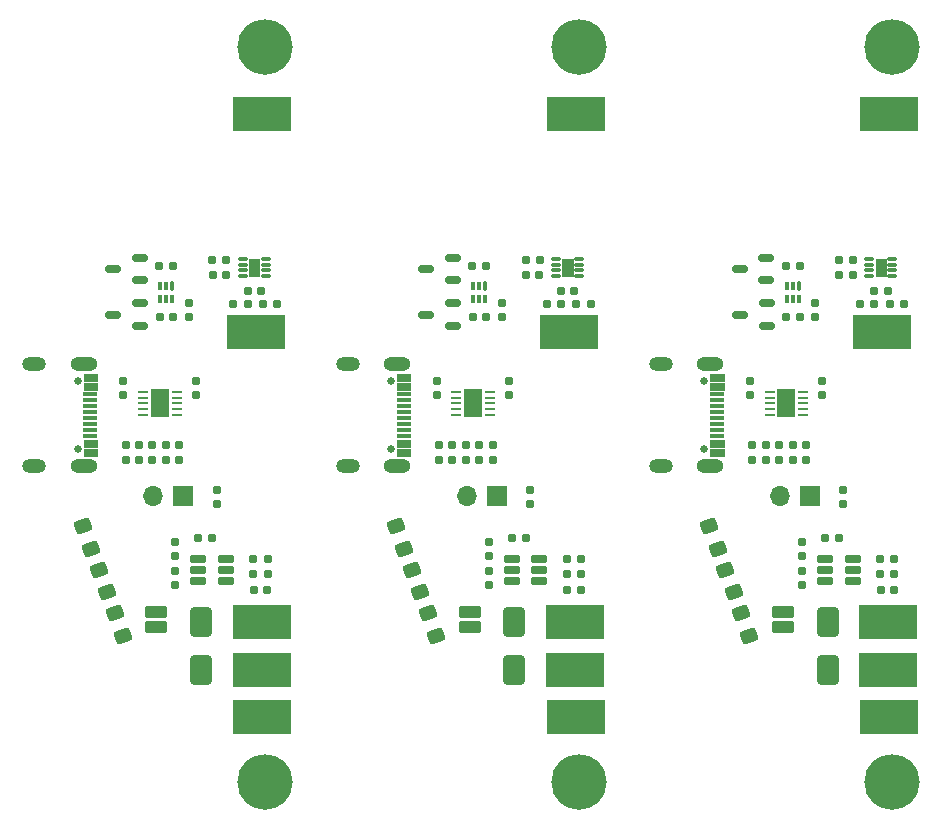
<source format=gbr>
%TF.GenerationSoftware,KiCad,Pcbnew,8.0.5*%
%TF.CreationDate,2025-01-30T01:50:55+01:00*%
%TF.ProjectId,LAMP_OUTDOOR_BATTERY_PANEL,4c414d50-5f4f-4555-9444-4f4f525f4241,rev?*%
%TF.SameCoordinates,Original*%
%TF.FileFunction,Soldermask,Top*%
%TF.FilePolarity,Negative*%
%FSLAX46Y46*%
G04 Gerber Fmt 4.6, Leading zero omitted, Abs format (unit mm)*
G04 Created by KiCad (PCBNEW 8.0.5) date 2025-01-30 01:50:55*
%MOMM*%
%LPD*%
G01*
G04 APERTURE LIST*
G04 Aperture macros list*
%AMRoundRect*
0 Rectangle with rounded corners*
0 $1 Rounding radius*
0 $2 $3 $4 $5 $6 $7 $8 $9 X,Y pos of 4 corners*
0 Add a 4 corners polygon primitive as box body*
4,1,4,$2,$3,$4,$5,$6,$7,$8,$9,$2,$3,0*
0 Add four circle primitives for the rounded corners*
1,1,$1+$1,$2,$3*
1,1,$1+$1,$4,$5*
1,1,$1+$1,$6,$7*
1,1,$1+$1,$8,$9*
0 Add four rect primitives between the rounded corners*
20,1,$1+$1,$2,$3,$4,$5,0*
20,1,$1+$1,$4,$5,$6,$7,0*
20,1,$1+$1,$6,$7,$8,$9,0*
20,1,$1+$1,$8,$9,$2,$3,0*%
G04 Aperture macros list end*
%ADD10C,0.010000*%
%ADD11RoundRect,0.155000X-0.212500X-0.155000X0.212500X-0.155000X0.212500X0.155000X-0.212500X0.155000X0*%
%ADD12RoundRect,0.150000X0.512500X0.150000X-0.512500X0.150000X-0.512500X-0.150000X0.512500X-0.150000X0*%
%ADD13O,2.004000X1.204000*%
%ADD14O,2.304000X1.204000*%
%ADD15R,1.150000X0.300000*%
%ADD16C,0.650000*%
%ADD17R,1.575000X2.450000*%
%ADD18R,0.860000X0.260000*%
%ADD19R,5.000000X3.000000*%
%ADD20RoundRect,0.160000X0.160000X-0.197500X0.160000X0.197500X-0.160000X0.197500X-0.160000X-0.197500X0*%
%ADD21C,4.700000*%
%ADD22C,3.100000*%
%ADD23RoundRect,0.250000X0.534018X-0.151491X0.311705X0.459309X-0.534018X0.151491X-0.311705X-0.459309X0*%
%ADD24RoundRect,0.155000X-0.155000X0.212500X-0.155000X-0.212500X0.155000X-0.212500X0.155000X0.212500X0*%
%ADD25RoundRect,0.155000X0.155000X-0.212500X0.155000X0.212500X-0.155000X0.212500X-0.155000X-0.212500X0*%
%ADD26RoundRect,0.160000X-0.197500X-0.160000X0.197500X-0.160000X0.197500X0.160000X-0.197500X0.160000X0*%
%ADD27RoundRect,0.160000X-0.160000X0.197500X-0.160000X-0.197500X0.160000X-0.197500X0.160000X0.197500X0*%
%ADD28RoundRect,0.160000X0.197500X0.160000X-0.197500X0.160000X-0.197500X-0.160000X0.197500X-0.160000X0*%
%ADD29RoundRect,0.102000X0.850000X-0.400000X0.850000X0.400000X-0.850000X0.400000X-0.850000X-0.400000X0*%
%ADD30RoundRect,0.038750X0.351250X0.116250X-0.351250X0.116250X-0.351250X-0.116250X0.351250X-0.116250X0*%
%ADD31RoundRect,0.157500X0.547500X0.157500X-0.547500X0.157500X-0.547500X-0.157500X0.547500X-0.157500X0*%
%ADD32RoundRect,0.070000X0.070000X0.305000X-0.070000X0.305000X-0.070000X-0.305000X0.070000X-0.305000X0*%
%ADD33RoundRect,0.070000X0.070000X0.355000X-0.070000X0.355000X-0.070000X-0.355000X0.070000X-0.355000X0*%
%ADD34O,1.700000X1.700000*%
%ADD35R,1.700000X1.700000*%
%ADD36RoundRect,0.250000X-0.650000X1.000000X-0.650000X-1.000000X0.650000X-1.000000X0.650000X1.000000X0*%
G04 APERTURE END LIST*
D10*
%TO.C,J1*%
X143525000Y-95430000D02*
X142375000Y-95430000D01*
X142375000Y-94830000D01*
X143525000Y-94830000D01*
X143525000Y-95430000D01*
G36*
X143525000Y-95430000D02*
G01*
X142375000Y-95430000D01*
X142375000Y-94830000D01*
X143525000Y-94830000D01*
X143525000Y-95430000D01*
G37*
X143525000Y-94630000D02*
X142375000Y-94630000D01*
X142375000Y-94030000D01*
X143525000Y-94030000D01*
X143525000Y-94630000D01*
G36*
X143525000Y-94630000D02*
G01*
X142375000Y-94630000D01*
X142375000Y-94030000D01*
X143525000Y-94030000D01*
X143525000Y-94630000D01*
G37*
X143525000Y-89830000D02*
X142375000Y-89830000D01*
X142375000Y-89230000D01*
X143525000Y-89230000D01*
X143525000Y-89830000D01*
G36*
X143525000Y-89830000D02*
G01*
X142375000Y-89830000D01*
X142375000Y-89230000D01*
X143525000Y-89230000D01*
X143525000Y-89830000D01*
G37*
X143525000Y-89030000D02*
X142375000Y-89030000D01*
X142375000Y-88430000D01*
X143525000Y-88430000D01*
X143525000Y-89030000D01*
G36*
X143525000Y-89030000D02*
G01*
X142375000Y-89030000D01*
X142375000Y-88430000D01*
X143525000Y-88430000D01*
X143525000Y-89030000D01*
G37*
%TO.C,U3*%
X157270000Y-80200000D02*
X156370000Y-80200000D01*
X156370000Y-78700000D01*
X157270000Y-78700000D01*
X157270000Y-80200000D01*
G36*
X157270000Y-80200000D02*
G01*
X156370000Y-80200000D01*
X156370000Y-78700000D01*
X157270000Y-78700000D01*
X157270000Y-80200000D01*
G37*
X183799700Y-80200000D02*
X182899700Y-80200000D01*
X182899700Y-78700000D01*
X183799700Y-78700000D01*
X183799700Y-80200000D01*
G36*
X183799700Y-80200000D02*
G01*
X182899700Y-80200000D01*
X182899700Y-78700000D01*
X183799700Y-78700000D01*
X183799700Y-80200000D01*
G37*
%TO.C,J1*%
X170054700Y-95430000D02*
X168904700Y-95430000D01*
X168904700Y-94830000D01*
X170054700Y-94830000D01*
X170054700Y-95430000D01*
G36*
X170054700Y-95430000D02*
G01*
X168904700Y-95430000D01*
X168904700Y-94830000D01*
X170054700Y-94830000D01*
X170054700Y-95430000D01*
G37*
X170054700Y-94630000D02*
X168904700Y-94630000D01*
X168904700Y-94030000D01*
X170054700Y-94030000D01*
X170054700Y-94630000D01*
G36*
X170054700Y-94630000D02*
G01*
X168904700Y-94630000D01*
X168904700Y-94030000D01*
X170054700Y-94030000D01*
X170054700Y-94630000D01*
G37*
X170054700Y-89830000D02*
X168904700Y-89830000D01*
X168904700Y-89230000D01*
X170054700Y-89230000D01*
X170054700Y-89830000D01*
G36*
X170054700Y-89830000D02*
G01*
X168904700Y-89830000D01*
X168904700Y-89230000D01*
X170054700Y-89230000D01*
X170054700Y-89830000D01*
G37*
X170054700Y-89030000D02*
X168904700Y-89030000D01*
X168904700Y-88430000D01*
X170054700Y-88430000D01*
X170054700Y-89030000D01*
G36*
X170054700Y-89030000D02*
G01*
X168904700Y-89030000D01*
X168904700Y-88430000D01*
X170054700Y-88430000D01*
X170054700Y-89030000D01*
G37*
%TO.C,U3*%
X210329700Y-80200000D02*
X209429700Y-80200000D01*
X209429700Y-78700000D01*
X210329700Y-78700000D01*
X210329700Y-80200000D01*
G36*
X210329700Y-80200000D02*
G01*
X209429700Y-80200000D01*
X209429700Y-78700000D01*
X210329700Y-78700000D01*
X210329700Y-80200000D01*
G37*
%TO.C,J1*%
X196584700Y-95430000D02*
X195434700Y-95430000D01*
X195434700Y-94830000D01*
X196584700Y-94830000D01*
X196584700Y-95430000D01*
G36*
X196584700Y-95430000D02*
G01*
X195434700Y-95430000D01*
X195434700Y-94830000D01*
X196584700Y-94830000D01*
X196584700Y-95430000D01*
G37*
X196584700Y-94630000D02*
X195434700Y-94630000D01*
X195434700Y-94030000D01*
X196584700Y-94030000D01*
X196584700Y-94630000D01*
G36*
X196584700Y-94630000D02*
G01*
X195434700Y-94630000D01*
X195434700Y-94030000D01*
X196584700Y-94030000D01*
X196584700Y-94630000D01*
G37*
X196584700Y-89830000D02*
X195434700Y-89830000D01*
X195434700Y-89230000D01*
X196584700Y-89230000D01*
X196584700Y-89830000D01*
G36*
X196584700Y-89830000D02*
G01*
X195434700Y-89830000D01*
X195434700Y-89230000D01*
X196584700Y-89230000D01*
X196584700Y-89830000D01*
G37*
X196584700Y-89030000D02*
X195434700Y-89030000D01*
X195434700Y-88430000D01*
X196584700Y-88430000D01*
X196584700Y-89030000D01*
G36*
X196584700Y-89030000D02*
G01*
X195434700Y-89030000D01*
X195434700Y-88430000D01*
X196584700Y-88430000D01*
X196584700Y-89030000D01*
G37*
%TD*%
D11*
%TO.C,C7*%
X149947500Y-83640000D03*
X148812500Y-83640000D03*
%TD*%
D12*
%TO.C,Q2*%
X144872500Y-83437500D03*
X147147500Y-82487500D03*
X147147500Y-84387500D03*
%TD*%
D13*
%TO.C,J1*%
X138205000Y-96250000D03*
X138205000Y-87610000D03*
D14*
X142385000Y-96250000D03*
X142385000Y-87610000D03*
D15*
X142950000Y-90180000D03*
X142950000Y-91180000D03*
X142950000Y-92680000D03*
X142950000Y-93680000D03*
X142950000Y-93180000D03*
X142950000Y-92180000D03*
X142950000Y-91680000D03*
X142950000Y-90680000D03*
D16*
X141885000Y-94820000D03*
X141885000Y-89040000D03*
%TD*%
D17*
%TO.C,U1*%
X148830000Y-90960000D03*
D18*
X150265000Y-89960000D03*
X150265000Y-90460000D03*
X150265000Y-90960000D03*
X150265000Y-91460000D03*
X150265000Y-91960000D03*
X147395000Y-91960000D03*
X147395000Y-91460000D03*
X147395000Y-90960000D03*
X147395000Y-90460000D03*
X147395000Y-89960000D03*
%TD*%
D11*
%TO.C,C5*%
X157397500Y-81400000D03*
X156262500Y-81400000D03*
%TD*%
D19*
%TO.C,J6*%
X156940000Y-84950000D03*
%TD*%
D20*
%TO.C,R3*%
X149345000Y-94512500D03*
X149345000Y-95707500D03*
%TD*%
D21*
%TO.C,REF\u002A\u002A*%
X157764700Y-123050400D03*
D22*
X157764700Y-123050400D03*
%TD*%
D23*
%TO.C,D3*%
X144997557Y-108722387D03*
X145698699Y-110648757D03*
%TD*%
D24*
%TO.C,C2*%
X151870000Y-90207500D03*
X151870000Y-89072500D03*
%TD*%
D25*
%TO.C,C3*%
X150140000Y-105175000D03*
X150140000Y-106310000D03*
%TD*%
D26*
%TO.C,R7*%
X157957500Y-104130000D03*
X156762500Y-104130000D03*
%TD*%
D27*
%TO.C,R4*%
X148210000Y-95707500D03*
X148210000Y-94512500D03*
%TD*%
D20*
%TO.C,R2*%
X147075000Y-94512500D03*
X147075000Y-95707500D03*
%TD*%
D23*
%TO.C,D2*%
X143649999Y-105019999D03*
X144351141Y-106946369D03*
%TD*%
D28*
%TO.C,R6*%
X156762500Y-105430000D03*
X157957500Y-105430000D03*
%TD*%
D26*
%TO.C,R10*%
X158777500Y-82580000D03*
X157582500Y-82580000D03*
%TD*%
D27*
%TO.C,R5*%
X150480000Y-95707500D03*
X150480000Y-94512500D03*
%TD*%
D28*
%TO.C,R14*%
X148752500Y-79320000D03*
X149947500Y-79320000D03*
%TD*%
D23*
%TO.C,D1*%
X142302442Y-101317612D03*
X143003584Y-103243982D03*
%TD*%
D27*
%TO.C,R13*%
X153650000Y-99487500D03*
X153650000Y-98292500D03*
%TD*%
D21*
%TO.C,REF\u002A\u002A*%
X157764700Y-60789600D03*
D22*
X157764700Y-60789600D03*
%TD*%
D27*
%TO.C,R8*%
X150150000Y-103900000D03*
X150150000Y-102705000D03*
%TD*%
D19*
%TO.C,J3*%
X157520000Y-117510000D03*
%TD*%
D29*
%TO.C,L1*%
X148530000Y-108620000D03*
X148530000Y-109920000D03*
%TD*%
D21*
%TO.C,*%
X157764700Y-123050400D03*
%TD*%
D12*
%TO.C,Q1*%
X144855000Y-79600000D03*
X147130000Y-78650000D03*
X147130000Y-80550000D03*
%TD*%
D19*
%TO.C,J2*%
X157520000Y-66490000D03*
%TD*%
%TO.C,J5*%
X157450000Y-113490000D03*
%TD*%
D30*
%TO.C,U3*%
X155840000Y-80200000D03*
X155840000Y-79700000D03*
X155840000Y-79200000D03*
X155840000Y-78700000D03*
X157800000Y-78700000D03*
X157800000Y-79200000D03*
X157800000Y-79700000D03*
X157800000Y-80200000D03*
%TD*%
D28*
%TO.C,R9*%
X152092500Y-102330000D03*
X153287500Y-102330000D03*
%TD*%
D19*
%TO.C,J4*%
X157450000Y-109500000D03*
%TD*%
D28*
%TO.C,R12*%
X153272500Y-78800000D03*
X154467500Y-78800000D03*
%TD*%
D24*
%TO.C,C1*%
X145740000Y-90207500D03*
X145740000Y-89072500D03*
%TD*%
D31*
%TO.C,U2*%
X152090000Y-106020000D03*
X152090000Y-105070000D03*
X152090000Y-104120000D03*
X154430000Y-104120000D03*
X154430000Y-105070000D03*
X154430000Y-106020000D03*
%TD*%
D11*
%TO.C,C6*%
X154437500Y-80060000D03*
X153302500Y-80060000D03*
%TD*%
D27*
%TO.C,R15*%
X151280000Y-83647500D03*
X151280000Y-82452500D03*
%TD*%
D28*
%TO.C,R11*%
X155072500Y-82580000D03*
X156267500Y-82580000D03*
%TD*%
D32*
%TO.C,U4*%
X149850000Y-82130000D03*
X149350000Y-82130000D03*
X148850000Y-82130000D03*
X148850000Y-80980000D03*
X149350000Y-80980000D03*
D33*
X149850000Y-81030000D03*
%TD*%
D11*
%TO.C,C4*%
X157927500Y-106720000D03*
X156792500Y-106720000D03*
%TD*%
D34*
%TO.C,SW1*%
X148290000Y-98810000D03*
D35*
X150830000Y-98810000D03*
%TD*%
D20*
%TO.C,R1*%
X145940000Y-94512500D03*
X145940000Y-95707500D03*
%TD*%
D36*
%TO.C,D4*%
X152330000Y-113500000D03*
X152330000Y-109500000D03*
%TD*%
D23*
%TO.C,D3*%
X171527257Y-108722387D03*
X172228399Y-110648757D03*
%TD*%
D24*
%TO.C,C2*%
X178399700Y-90207500D03*
X178399700Y-89072500D03*
%TD*%
D25*
%TO.C,C3*%
X176669700Y-105175000D03*
X176669700Y-106310000D03*
%TD*%
D26*
%TO.C,R7*%
X184487200Y-104130000D03*
X183292200Y-104130000D03*
%TD*%
D20*
%TO.C,R3*%
X175874700Y-94512500D03*
X175874700Y-95707500D03*
%TD*%
D17*
%TO.C,U1*%
X175359700Y-90960000D03*
D18*
X176794700Y-89960000D03*
X176794700Y-90460000D03*
X176794700Y-90960000D03*
X176794700Y-91460000D03*
X176794700Y-91960000D03*
X173924700Y-91960000D03*
X173924700Y-91460000D03*
X173924700Y-90960000D03*
X173924700Y-90460000D03*
X173924700Y-89960000D03*
%TD*%
D11*
%TO.C,C5*%
X183927200Y-81400000D03*
X182792200Y-81400000D03*
%TD*%
D19*
%TO.C,J6*%
X183469700Y-84950000D03*
%TD*%
D21*
%TO.C,REF\u002A\u002A*%
X184294400Y-123050400D03*
D22*
X184294400Y-123050400D03*
%TD*%
D23*
%TO.C,D2*%
X170179699Y-105019999D03*
X170880841Y-106946369D03*
%TD*%
D27*
%TO.C,R5*%
X177009700Y-95707500D03*
X177009700Y-94512500D03*
%TD*%
D20*
%TO.C,R2*%
X173604700Y-94512500D03*
X173604700Y-95707500D03*
%TD*%
D19*
%TO.C,J3*%
X184049700Y-117510000D03*
%TD*%
D28*
%TO.C,R6*%
X183292200Y-105430000D03*
X184487200Y-105430000D03*
%TD*%
D23*
%TO.C,D1*%
X168832142Y-101317612D03*
X169533284Y-103243982D03*
%TD*%
D21*
%TO.C,REF\u002A\u002A*%
X184294400Y-60789600D03*
D22*
X184294400Y-60789600D03*
%TD*%
D27*
%TO.C,R4*%
X174739700Y-95707500D03*
X174739700Y-94512500D03*
%TD*%
D26*
%TO.C,R10*%
X185307200Y-82580000D03*
X184112200Y-82580000D03*
%TD*%
D27*
%TO.C,R13*%
X180179700Y-99487500D03*
X180179700Y-98292500D03*
%TD*%
D28*
%TO.C,R14*%
X175282200Y-79320000D03*
X176477200Y-79320000D03*
%TD*%
D27*
%TO.C,R8*%
X176679700Y-103900000D03*
X176679700Y-102705000D03*
%TD*%
D29*
%TO.C,L1*%
X175059700Y-108620000D03*
X175059700Y-109920000D03*
%TD*%
D12*
%TO.C,Q1*%
X171384700Y-79600000D03*
X173659700Y-78650000D03*
X173659700Y-80550000D03*
%TD*%
D19*
%TO.C,J2*%
X184049700Y-66490000D03*
%TD*%
%TO.C,J5*%
X183979700Y-113490000D03*
%TD*%
D21*
%TO.C,*%
X184294400Y-123050400D03*
%TD*%
D30*
%TO.C,U3*%
X182369700Y-80200000D03*
X182369700Y-79700000D03*
X182369700Y-79200000D03*
X182369700Y-78700000D03*
X184329700Y-78700000D03*
X184329700Y-79200000D03*
X184329700Y-79700000D03*
X184329700Y-80200000D03*
%TD*%
D11*
%TO.C,C6*%
X180967200Y-80060000D03*
X179832200Y-80060000D03*
%TD*%
D28*
%TO.C,R11*%
X181602200Y-82580000D03*
X182797200Y-82580000D03*
%TD*%
D32*
%TO.C,U4*%
X176379700Y-82130000D03*
X175879700Y-82130000D03*
X175379700Y-82130000D03*
X175379700Y-80980000D03*
X175879700Y-80980000D03*
D33*
X176379700Y-81030000D03*
%TD*%
D20*
%TO.C,R1*%
X172469700Y-94512500D03*
X172469700Y-95707500D03*
%TD*%
D19*
%TO.C,J4*%
X183979700Y-109500000D03*
%TD*%
D28*
%TO.C,R9*%
X178622200Y-102330000D03*
X179817200Y-102330000D03*
%TD*%
%TO.C,R12*%
X179802200Y-78800000D03*
X180997200Y-78800000D03*
%TD*%
D24*
%TO.C,C1*%
X172269700Y-90207500D03*
X172269700Y-89072500D03*
%TD*%
D31*
%TO.C,U2*%
X178619700Y-106020000D03*
X178619700Y-105070000D03*
X178619700Y-104120000D03*
X180959700Y-104120000D03*
X180959700Y-105070000D03*
X180959700Y-106020000D03*
%TD*%
D27*
%TO.C,R15*%
X177809700Y-83647500D03*
X177809700Y-82452500D03*
%TD*%
D11*
%TO.C,C4*%
X184457200Y-106720000D03*
X183322200Y-106720000D03*
%TD*%
D34*
%TO.C,SW1*%
X174819700Y-98810000D03*
D35*
X177359700Y-98810000D03*
%TD*%
D36*
%TO.C,D4*%
X178859700Y-113500000D03*
X178859700Y-109500000D03*
%TD*%
D12*
%TO.C,Q2*%
X171402200Y-83437500D03*
X173677200Y-82487500D03*
X173677200Y-84387500D03*
%TD*%
D11*
%TO.C,C7*%
X176477200Y-83640000D03*
X175342200Y-83640000D03*
%TD*%
D13*
%TO.C,J1*%
X164734700Y-96250000D03*
X164734700Y-87610000D03*
D14*
X168914700Y-96250000D03*
X168914700Y-87610000D03*
D15*
X169479700Y-90180000D03*
X169479700Y-91180000D03*
X169479700Y-92680000D03*
X169479700Y-93680000D03*
X169479700Y-93180000D03*
X169479700Y-92180000D03*
X169479700Y-91680000D03*
X169479700Y-90680000D03*
D16*
X168414700Y-94820000D03*
X168414700Y-89040000D03*
%TD*%
D23*
%TO.C,D3*%
X198057257Y-108722387D03*
X198758399Y-110648757D03*
%TD*%
D24*
%TO.C,C2*%
X204929700Y-90207500D03*
X204929700Y-89072500D03*
%TD*%
D25*
%TO.C,C3*%
X203199700Y-105175000D03*
X203199700Y-106310000D03*
%TD*%
D26*
%TO.C,R7*%
X211017200Y-104130000D03*
X209822200Y-104130000D03*
%TD*%
D20*
%TO.C,R3*%
X202404700Y-94512500D03*
X202404700Y-95707500D03*
%TD*%
D17*
%TO.C,U1*%
X201889700Y-90960000D03*
D18*
X203324700Y-89960000D03*
X203324700Y-90460000D03*
X203324700Y-90960000D03*
X203324700Y-91460000D03*
X203324700Y-91960000D03*
X200454700Y-91960000D03*
X200454700Y-91460000D03*
X200454700Y-90960000D03*
X200454700Y-90460000D03*
X200454700Y-89960000D03*
%TD*%
D11*
%TO.C,C5*%
X210457200Y-81400000D03*
X209322200Y-81400000D03*
%TD*%
D19*
%TO.C,J6*%
X209999700Y-84950000D03*
%TD*%
D21*
%TO.C,REF\u002A\u002A*%
X210824400Y-123050400D03*
D22*
X210824400Y-123050400D03*
%TD*%
D23*
%TO.C,D2*%
X196709699Y-105019999D03*
X197410841Y-106946369D03*
%TD*%
D27*
%TO.C,R5*%
X203539700Y-95707500D03*
X203539700Y-94512500D03*
%TD*%
D20*
%TO.C,R2*%
X200134700Y-94512500D03*
X200134700Y-95707500D03*
%TD*%
D19*
%TO.C,J3*%
X210579700Y-117510000D03*
%TD*%
D28*
%TO.C,R6*%
X209822200Y-105430000D03*
X211017200Y-105430000D03*
%TD*%
D23*
%TO.C,D1*%
X195362142Y-101317612D03*
X196063284Y-103243982D03*
%TD*%
D21*
%TO.C,REF\u002A\u002A*%
X210824400Y-60789600D03*
D22*
X210824400Y-60789600D03*
%TD*%
D27*
%TO.C,R4*%
X201269700Y-95707500D03*
X201269700Y-94512500D03*
%TD*%
D26*
%TO.C,R10*%
X211837200Y-82580000D03*
X210642200Y-82580000D03*
%TD*%
D27*
%TO.C,R13*%
X206709700Y-99487500D03*
X206709700Y-98292500D03*
%TD*%
D28*
%TO.C,R14*%
X201812200Y-79320000D03*
X203007200Y-79320000D03*
%TD*%
D27*
%TO.C,R8*%
X203209700Y-103900000D03*
X203209700Y-102705000D03*
%TD*%
D29*
%TO.C,L1*%
X201589700Y-108620000D03*
X201589700Y-109920000D03*
%TD*%
D12*
%TO.C,Q1*%
X197914700Y-79600000D03*
X200189700Y-78650000D03*
X200189700Y-80550000D03*
%TD*%
D19*
%TO.C,J2*%
X210579700Y-66490000D03*
%TD*%
%TO.C,J5*%
X210509700Y-113490000D03*
%TD*%
D21*
%TO.C,*%
X210824400Y-123050400D03*
%TD*%
D30*
%TO.C,U3*%
X208899700Y-80200000D03*
X208899700Y-79700000D03*
X208899700Y-79200000D03*
X208899700Y-78700000D03*
X210859700Y-78700000D03*
X210859700Y-79200000D03*
X210859700Y-79700000D03*
X210859700Y-80200000D03*
%TD*%
D11*
%TO.C,C6*%
X207497200Y-80060000D03*
X206362200Y-80060000D03*
%TD*%
D28*
%TO.C,R11*%
X208132200Y-82580000D03*
X209327200Y-82580000D03*
%TD*%
D32*
%TO.C,U4*%
X202909700Y-82130000D03*
X202409700Y-82130000D03*
X201909700Y-82130000D03*
X201909700Y-80980000D03*
X202409700Y-80980000D03*
D33*
X202909700Y-81030000D03*
%TD*%
D20*
%TO.C,R1*%
X198999700Y-94512500D03*
X198999700Y-95707500D03*
%TD*%
D19*
%TO.C,J4*%
X210509700Y-109500000D03*
%TD*%
D28*
%TO.C,R9*%
X205152200Y-102330000D03*
X206347200Y-102330000D03*
%TD*%
%TO.C,R12*%
X206332200Y-78800000D03*
X207527200Y-78800000D03*
%TD*%
D24*
%TO.C,C1*%
X198799700Y-90207500D03*
X198799700Y-89072500D03*
%TD*%
D31*
%TO.C,U2*%
X205149700Y-106020000D03*
X205149700Y-105070000D03*
X205149700Y-104120000D03*
X207489700Y-104120000D03*
X207489700Y-105070000D03*
X207489700Y-106020000D03*
%TD*%
D27*
%TO.C,R15*%
X204339700Y-83647500D03*
X204339700Y-82452500D03*
%TD*%
D11*
%TO.C,C4*%
X210987200Y-106720000D03*
X209852200Y-106720000D03*
%TD*%
D34*
%TO.C,SW1*%
X201349700Y-98810000D03*
D35*
X203889700Y-98810000D03*
%TD*%
D36*
%TO.C,D4*%
X205389700Y-113500000D03*
X205389700Y-109500000D03*
%TD*%
D12*
%TO.C,Q2*%
X197932200Y-83437500D03*
X200207200Y-82487500D03*
X200207200Y-84387500D03*
%TD*%
D11*
%TO.C,C7*%
X203007200Y-83640000D03*
X201872200Y-83640000D03*
%TD*%
D13*
%TO.C,J1*%
X191264700Y-96250000D03*
X191264700Y-87610000D03*
D14*
X195444700Y-96250000D03*
X195444700Y-87610000D03*
D15*
X196009700Y-90180000D03*
X196009700Y-91180000D03*
X196009700Y-92680000D03*
X196009700Y-93680000D03*
X196009700Y-93180000D03*
X196009700Y-92180000D03*
X196009700Y-91680000D03*
X196009700Y-90680000D03*
D16*
X194944700Y-94820000D03*
X194944700Y-89040000D03*
%TD*%
M02*

</source>
